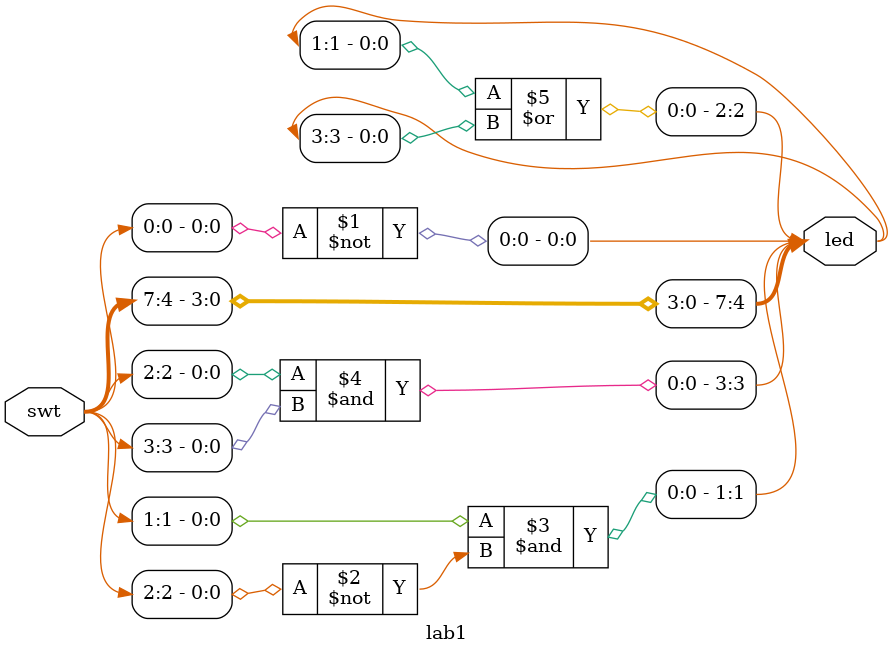
<source format=v>
`timescale 1ns / 1ps


module lab1(
    input [7:0] swt,
     output [7:0] led
    );
(* mark_debug = "TRUE" *) wire [7:0] swt;   
    assign led[0] = ~swt[0];
    assign led[1] = swt[1] & ~swt[2];
    assign led[3] = swt[2] & swt[3];
    assign led[2] = led[1] | led[3];
    
    assign led[7:4] = swt[7:4];
    
endmodule

</source>
